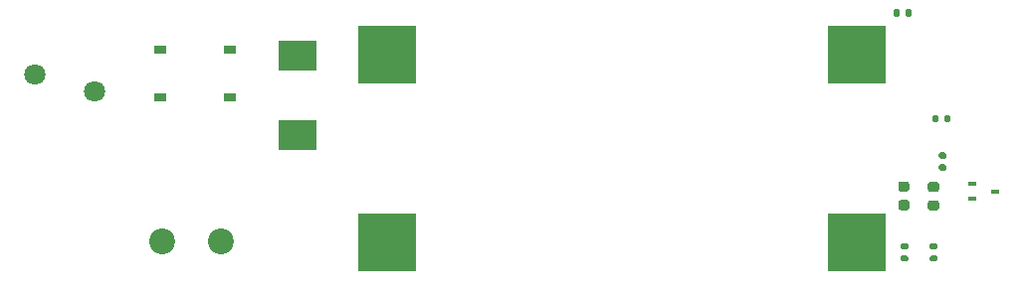
<source format=gtp>
G04 #@! TF.GenerationSoftware,KiCad,Pcbnew,(5.1.10)-1*
G04 #@! TF.CreationDate,2021-12-24T20:30:38+01:00*
G04 #@! TF.ProjectId,pi_power_hat,70695f70-6f77-4657-925f-6861742e6b69,1.0*
G04 #@! TF.SameCoordinates,Original*
G04 #@! TF.FileFunction,Paste,Top*
G04 #@! TF.FilePolarity,Positive*
%FSLAX46Y46*%
G04 Gerber Fmt 4.6, Leading zero omitted, Abs format (unit mm)*
G04 Created by KiCad (PCBNEW (5.1.10)-1) date 2021-12-24 20:30:38*
%MOMM*%
%LPD*%
G01*
G04 APERTURE LIST*
%ADD10R,5.000000X5.000000*%
%ADD11R,1.000000X0.700000*%
%ADD12R,3.300000X2.500000*%
%ADD13R,0.700000X0.450000*%
%ADD14C,2.200000*%
%ADD15C,1.800000*%
G04 APERTURE END LIST*
D10*
X167600000Y-101400000D03*
X167600000Y-117400000D03*
X127600000Y-101400000D03*
X127600000Y-117400000D03*
G36*
G01*
X173920000Y-117457000D02*
X174290000Y-117457000D01*
G75*
G02*
X174425000Y-117592000I0J-135000D01*
G01*
X174425000Y-117862000D01*
G75*
G02*
X174290000Y-117997000I-135000J0D01*
G01*
X173920000Y-117997000D01*
G75*
G02*
X173785000Y-117862000I0J135000D01*
G01*
X173785000Y-117592000D01*
G75*
G02*
X173920000Y-117457000I135000J0D01*
G01*
G37*
G36*
G01*
X173920000Y-118477000D02*
X174290000Y-118477000D01*
G75*
G02*
X174425000Y-118612000I0J-135000D01*
G01*
X174425000Y-118882000D01*
G75*
G02*
X174290000Y-119017000I-135000J0D01*
G01*
X173920000Y-119017000D01*
G75*
G02*
X173785000Y-118882000I0J135000D01*
G01*
X173785000Y-118612000D01*
G75*
G02*
X173920000Y-118477000I135000J0D01*
G01*
G37*
D11*
X114250000Y-104987000D03*
X114250000Y-100987000D03*
X108300000Y-100987000D03*
X108300000Y-104987000D03*
D12*
X119995000Y-108227000D03*
X119995000Y-101427000D03*
D13*
X177355000Y-112387000D03*
X177355000Y-113687000D03*
X179355000Y-113037000D03*
G36*
G01*
X171420000Y-117457000D02*
X171790000Y-117457000D01*
G75*
G02*
X171925000Y-117592000I0J-135000D01*
G01*
X171925000Y-117862000D01*
G75*
G02*
X171790000Y-117997000I-135000J0D01*
G01*
X171420000Y-117997000D01*
G75*
G02*
X171285000Y-117862000I0J135000D01*
G01*
X171285000Y-117592000D01*
G75*
G02*
X171420000Y-117457000I135000J0D01*
G01*
G37*
G36*
G01*
X171420000Y-118477000D02*
X171790000Y-118477000D01*
G75*
G02*
X171925000Y-118612000I0J-135000D01*
G01*
X171925000Y-118882000D01*
G75*
G02*
X171790000Y-119017000I-135000J0D01*
G01*
X171420000Y-119017000D01*
G75*
G02*
X171285000Y-118882000I0J135000D01*
G01*
X171285000Y-118612000D01*
G75*
G02*
X171420000Y-118477000I135000J0D01*
G01*
G37*
G36*
G01*
X171215000Y-97652000D02*
X171215000Y-98022000D01*
G75*
G02*
X171080000Y-98157000I-135000J0D01*
G01*
X170810000Y-98157000D01*
G75*
G02*
X170675000Y-98022000I0J135000D01*
G01*
X170675000Y-97652000D01*
G75*
G02*
X170810000Y-97517000I135000J0D01*
G01*
X171080000Y-97517000D01*
G75*
G02*
X171215000Y-97652000I0J-135000D01*
G01*
G37*
G36*
G01*
X172235000Y-97652000D02*
X172235000Y-98022000D01*
G75*
G02*
X172100000Y-98157000I-135000J0D01*
G01*
X171830000Y-98157000D01*
G75*
G02*
X171695000Y-98022000I0J135000D01*
G01*
X171695000Y-97652000D01*
G75*
G02*
X171830000Y-97517000I135000J0D01*
G01*
X172100000Y-97517000D01*
G75*
G02*
X172235000Y-97652000I0J-135000D01*
G01*
G37*
G36*
G01*
X174670000Y-109707000D02*
X175040000Y-109707000D01*
G75*
G02*
X175175000Y-109842000I0J-135000D01*
G01*
X175175000Y-110112000D01*
G75*
G02*
X175040000Y-110247000I-135000J0D01*
G01*
X174670000Y-110247000D01*
G75*
G02*
X174535000Y-110112000I0J135000D01*
G01*
X174535000Y-109842000D01*
G75*
G02*
X174670000Y-109707000I135000J0D01*
G01*
G37*
G36*
G01*
X174670000Y-110727000D02*
X175040000Y-110727000D01*
G75*
G02*
X175175000Y-110862000I0J-135000D01*
G01*
X175175000Y-111132000D01*
G75*
G02*
X175040000Y-111267000I-135000J0D01*
G01*
X174670000Y-111267000D01*
G75*
G02*
X174535000Y-111132000I0J135000D01*
G01*
X174535000Y-110862000D01*
G75*
G02*
X174670000Y-110727000I135000J0D01*
G01*
G37*
G36*
G01*
X173975000Y-107022000D02*
X173975000Y-106652000D01*
G75*
G02*
X174110000Y-106517000I135000J0D01*
G01*
X174380000Y-106517000D01*
G75*
G02*
X174515000Y-106652000I0J-135000D01*
G01*
X174515000Y-107022000D01*
G75*
G02*
X174380000Y-107157000I-135000J0D01*
G01*
X174110000Y-107157000D01*
G75*
G02*
X173975000Y-107022000I0J135000D01*
G01*
G37*
G36*
G01*
X174995000Y-107022000D02*
X174995000Y-106652000D01*
G75*
G02*
X175130000Y-106517000I135000J0D01*
G01*
X175400000Y-106517000D01*
G75*
G02*
X175535000Y-106652000I0J-135000D01*
G01*
X175535000Y-107022000D01*
G75*
G02*
X175400000Y-107157000I-135000J0D01*
G01*
X175130000Y-107157000D01*
G75*
G02*
X174995000Y-107022000I0J135000D01*
G01*
G37*
G36*
G01*
X171816650Y-113065700D02*
X171304150Y-113065700D01*
G75*
G02*
X171085400Y-112846950I0J218750D01*
G01*
X171085400Y-112409450D01*
G75*
G02*
X171304150Y-112190700I218750J0D01*
G01*
X171816650Y-112190700D01*
G75*
G02*
X172035400Y-112409450I0J-218750D01*
G01*
X172035400Y-112846950D01*
G75*
G02*
X171816650Y-113065700I-218750J0D01*
G01*
G37*
G36*
G01*
X171816650Y-114640700D02*
X171304150Y-114640700D01*
G75*
G02*
X171085400Y-114421950I0J218750D01*
G01*
X171085400Y-113984450D01*
G75*
G02*
X171304150Y-113765700I218750J0D01*
G01*
X171816650Y-113765700D01*
G75*
G02*
X172035400Y-113984450I0J-218750D01*
G01*
X172035400Y-114421950D01*
G75*
G02*
X171816650Y-114640700I-218750J0D01*
G01*
G37*
G36*
G01*
X174340650Y-114660200D02*
X173828150Y-114660200D01*
G75*
G02*
X173609400Y-114441450I0J218750D01*
G01*
X173609400Y-114003950D01*
G75*
G02*
X173828150Y-113785200I218750J0D01*
G01*
X174340650Y-113785200D01*
G75*
G02*
X174559400Y-114003950I0J-218750D01*
G01*
X174559400Y-114441450D01*
G75*
G02*
X174340650Y-114660200I-218750J0D01*
G01*
G37*
G36*
G01*
X174340650Y-113085200D02*
X173828150Y-113085200D01*
G75*
G02*
X173609400Y-112866450I0J218750D01*
G01*
X173609400Y-112428950D01*
G75*
G02*
X173828150Y-112210200I218750J0D01*
G01*
X174340650Y-112210200D01*
G75*
G02*
X174559400Y-112428950I0J-218750D01*
G01*
X174559400Y-112866450D01*
G75*
G02*
X174340650Y-113085200I-218750J0D01*
G01*
G37*
D14*
X108485000Y-117307000D03*
X113485000Y-117307000D03*
D15*
X102740000Y-104550000D03*
X97640000Y-103050000D03*
M02*

</source>
